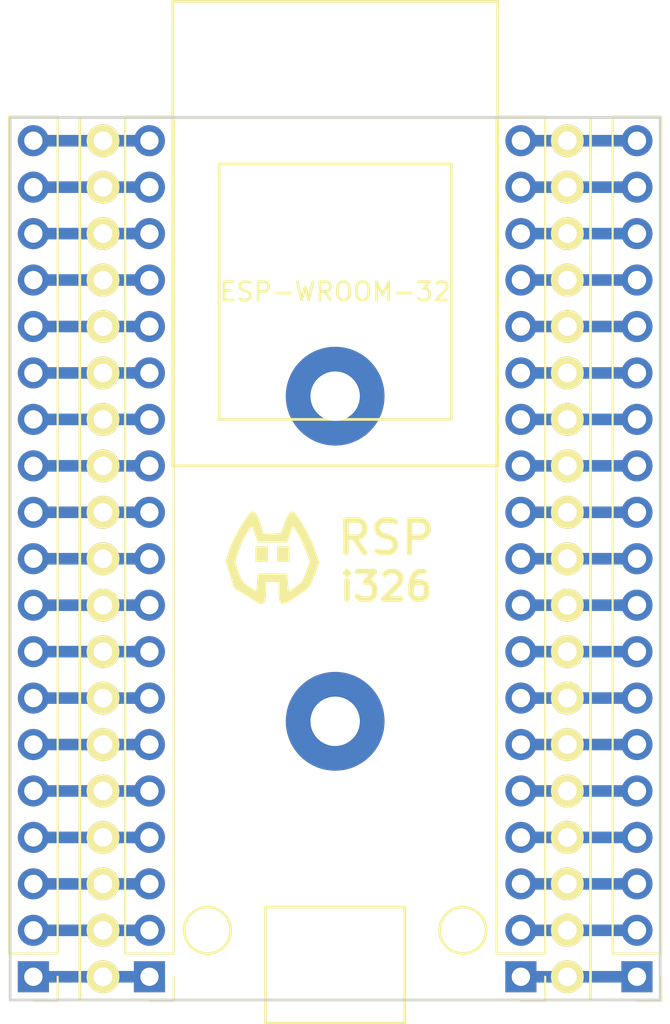
<source format=kicad_pcb>
(kicad_pcb (version 4) (host pcbnew 4.0.7)

  (general
    (links 76)
    (no_connects 0)
    (area 135.134999 42.904999 172.205001 99.925)
    (thickness 1.6)
    (drawings 6)
    (tracks 76)
    (zones 0)
    (modules 8)
    (nets 39)
  )

  (page A4)
  (layers
    (0 F.Cu signal)
    (31 B.Cu signal)
    (32 B.Adhes user)
    (33 F.Adhes user)
    (34 B.Paste user)
    (35 F.Paste user)
    (36 B.SilkS user)
    (37 F.SilkS user)
    (38 B.Mask user)
    (39 F.Mask user)
    (40 Dwgs.User user)
    (41 Cmts.User user)
    (42 Eco1.User user)
    (43 Eco2.User user)
    (44 Edge.Cuts user)
    (45 Margin user)
    (46 B.CrtYd user)
    (47 F.CrtYd user)
    (48 B.Fab user)
    (49 F.Fab user)
  )

  (setup
    (last_trace_width 0.25)
    (user_trace_width 0.635)
    (trace_clearance 0.2)
    (zone_clearance 0.508)
    (zone_45_only no)
    (trace_min 0.2)
    (segment_width 0.2)
    (edge_width 0.15)
    (via_size 0.6)
    (via_drill 0.4)
    (via_min_size 0.4)
    (via_min_drill 0.3)
    (uvia_size 0.3)
    (uvia_drill 0.1)
    (uvias_allowed no)
    (uvia_min_size 0.2)
    (uvia_min_drill 0.1)
    (pcb_text_width 0.3)
    (pcb_text_size 1.5 1.5)
    (mod_edge_width 0.15)
    (mod_text_size 1 1)
    (mod_text_width 0.15)
    (pad_size 1.524 1.524)
    (pad_drill 0.762)
    (pad_to_mask_clearance 0.2)
    (aux_axis_origin 0 0)
    (visible_elements 7FFFFFFF)
    (pcbplotparams
      (layerselection 0x010f0_80000001)
      (usegerberextensions false)
      (excludeedgelayer true)
      (linewidth 0.100000)
      (plotframeref false)
      (viasonmask false)
      (mode 1)
      (useauxorigin false)
      (hpglpennumber 1)
      (hpglpenspeed 20)
      (hpglpendiameter 15)
      (hpglpenoverlay 2)
      (psnegative false)
      (psa4output false)
      (plotreference true)
      (plotvalue true)
      (plotinvisibletext false)
      (padsonsilk false)
      (subtractmaskfromsilk false)
      (outputformat 1)
      (mirror false)
      (drillshape 0)
      (scaleselection 1)
      (outputdirectory ""))
  )

  (net 0 "")
  (net 1 "Net-(J1-Pad1)")
  (net 2 "Net-(J1-Pad2)")
  (net 3 "Net-(J1-Pad3)")
  (net 4 "Net-(J1-Pad4)")
  (net 5 "Net-(J1-Pad5)")
  (net 6 "Net-(J1-Pad6)")
  (net 7 "Net-(J1-Pad7)")
  (net 8 "Net-(J1-Pad8)")
  (net 9 "Net-(J1-Pad9)")
  (net 10 "Net-(J1-Pad10)")
  (net 11 "Net-(J1-Pad11)")
  (net 12 "Net-(J1-Pad12)")
  (net 13 "Net-(J1-Pad13)")
  (net 14 "Net-(J1-Pad14)")
  (net 15 "Net-(J1-Pad15)")
  (net 16 "Net-(J1-Pad16)")
  (net 17 "Net-(J1-Pad17)")
  (net 18 "Net-(J1-Pad18)")
  (net 19 "Net-(J1-Pad19)")
  (net 20 "Net-(J2-Pad1)")
  (net 21 "Net-(J2-Pad2)")
  (net 22 "Net-(J2-Pad3)")
  (net 23 "Net-(J2-Pad4)")
  (net 24 "Net-(J2-Pad5)")
  (net 25 "Net-(J2-Pad6)")
  (net 26 "Net-(J2-Pad7)")
  (net 27 "Net-(J2-Pad8)")
  (net 28 "Net-(J2-Pad9)")
  (net 29 "Net-(J2-Pad10)")
  (net 30 "Net-(J2-Pad11)")
  (net 31 "Net-(J2-Pad12)")
  (net 32 "Net-(J2-Pad13)")
  (net 33 "Net-(J2-Pad14)")
  (net 34 "Net-(J2-Pad15)")
  (net 35 "Net-(J2-Pad16)")
  (net 36 "Net-(J2-Pad17)")
  (net 37 "Net-(J2-Pad18)")
  (net 38 "Net-(J2-Pad19)")

  (net_class Default "This is the default net class."
    (clearance 0.2)
    (trace_width 0.25)
    (via_dia 0.6)
    (via_drill 0.4)
    (uvia_dia 0.3)
    (uvia_drill 0.1)
    (add_net "Net-(J1-Pad1)")
    (add_net "Net-(J1-Pad10)")
    (add_net "Net-(J1-Pad11)")
    (add_net "Net-(J1-Pad12)")
    (add_net "Net-(J1-Pad13)")
    (add_net "Net-(J1-Pad14)")
    (add_net "Net-(J1-Pad15)")
    (add_net "Net-(J1-Pad16)")
    (add_net "Net-(J1-Pad17)")
    (add_net "Net-(J1-Pad18)")
    (add_net "Net-(J1-Pad19)")
    (add_net "Net-(J1-Pad2)")
    (add_net "Net-(J1-Pad3)")
    (add_net "Net-(J1-Pad4)")
    (add_net "Net-(J1-Pad5)")
    (add_net "Net-(J1-Pad6)")
    (add_net "Net-(J1-Pad7)")
    (add_net "Net-(J1-Pad8)")
    (add_net "Net-(J1-Pad9)")
    (add_net "Net-(J2-Pad1)")
    (add_net "Net-(J2-Pad10)")
    (add_net "Net-(J2-Pad11)")
    (add_net "Net-(J2-Pad12)")
    (add_net "Net-(J2-Pad13)")
    (add_net "Net-(J2-Pad14)")
    (add_net "Net-(J2-Pad15)")
    (add_net "Net-(J2-Pad16)")
    (add_net "Net-(J2-Pad17)")
    (add_net "Net-(J2-Pad18)")
    (add_net "Net-(J2-Pad19)")
    (add_net "Net-(J2-Pad2)")
    (add_net "Net-(J2-Pad3)")
    (add_net "Net-(J2-Pad4)")
    (add_net "Net-(J2-Pad5)")
    (add_net "Net-(J2-Pad6)")
    (add_net "Net-(J2-Pad7)")
    (add_net "Net-(J2-Pad8)")
    (add_net "Net-(J2-Pad9)")
  )

  (module Pin_Headers:Pin_Header_Straight_1x19_Pitch2.54mm (layer F.Cu) (tedit 5AB9593E) (tstamp 5AB97794)
    (at 163.83 96.52 180)
    (descr "Through hole straight pin header, 1x19, 2.54mm pitch, single row")
    (tags "Through hole pin header THT 1x19 2.54mm single row")
    (path /5AB95E99)
    (fp_text reference J1 (at 0 -2.33 180) (layer F.SilkS) hide
      (effects (font (size 1 1) (thickness 0.15)))
    )
    (fp_text value "" (at 0 48.05 180) (layer F.Fab)
      (effects (font (size 1 1) (thickness 0.15)))
    )
    (fp_line (start -0.635 -1.27) (end 1.27 -1.27) (layer F.Fab) (width 0.1))
    (fp_line (start 1.27 -1.27) (end 1.27 46.99) (layer F.Fab) (width 0.1))
    (fp_line (start 1.27 46.99) (end -1.27 46.99) (layer F.Fab) (width 0.1))
    (fp_line (start -1.27 46.99) (end -1.27 -0.635) (layer F.Fab) (width 0.1))
    (fp_line (start -1.27 -0.635) (end -0.635 -1.27) (layer F.Fab) (width 0.1))
    (fp_line (start -1.33 47.05) (end 1.33 47.05) (layer F.SilkS) (width 0.12))
    (fp_line (start -1.33 1.27) (end -1.33 47.05) (layer F.SilkS) (width 0.12))
    (fp_line (start 1.33 1.27) (end 1.33 47.05) (layer F.SilkS) (width 0.12))
    (fp_line (start -1.33 1.27) (end 1.33 1.27) (layer F.SilkS) (width 0.12))
    (fp_line (start -1.33 0) (end -1.33 -1.33) (layer F.SilkS) (width 0.12))
    (fp_line (start -1.33 -1.33) (end 0 -1.33) (layer F.SilkS) (width 0.12))
    (fp_line (start -1.8 -1.8) (end -1.8 47.5) (layer F.CrtYd) (width 0.05))
    (fp_line (start -1.8 47.5) (end 1.8 47.5) (layer F.CrtYd) (width 0.05))
    (fp_line (start 1.8 47.5) (end 1.8 -1.8) (layer F.CrtYd) (width 0.05))
    (fp_line (start 1.8 -1.8) (end -1.8 -1.8) (layer F.CrtYd) (width 0.05))
    (fp_text user %R (at 0 22.86 270) (layer F.Fab)
      (effects (font (size 1 1) (thickness 0.15)))
    )
    (pad 1 thru_hole rect (at 0 0 180) (size 1.7 1.7) (drill 1) (layers *.Cu *.Mask)
      (net 1 "Net-(J1-Pad1)"))
    (pad 2 thru_hole oval (at 0 2.54 180) (size 1.7 1.7) (drill 1) (layers *.Cu *.Mask)
      (net 2 "Net-(J1-Pad2)"))
    (pad 3 thru_hole oval (at 0 5.08 180) (size 1.7 1.7) (drill 1) (layers *.Cu *.Mask)
      (net 3 "Net-(J1-Pad3)"))
    (pad 4 thru_hole oval (at 0 7.62 180) (size 1.7 1.7) (drill 1) (layers *.Cu *.Mask)
      (net 4 "Net-(J1-Pad4)"))
    (pad 5 thru_hole oval (at 0 10.16 180) (size 1.7 1.7) (drill 1) (layers *.Cu *.Mask)
      (net 5 "Net-(J1-Pad5)"))
    (pad 6 thru_hole oval (at 0 12.7 180) (size 1.7 1.7) (drill 1) (layers *.Cu *.Mask)
      (net 6 "Net-(J1-Pad6)"))
    (pad 7 thru_hole oval (at 0 15.24 180) (size 1.7 1.7) (drill 1) (layers *.Cu *.Mask)
      (net 7 "Net-(J1-Pad7)"))
    (pad 8 thru_hole oval (at 0 17.78 180) (size 1.7 1.7) (drill 1) (layers *.Cu *.Mask)
      (net 8 "Net-(J1-Pad8)"))
    (pad 9 thru_hole oval (at 0 20.32 180) (size 1.7 1.7) (drill 1) (layers *.Cu *.Mask)
      (net 9 "Net-(J1-Pad9)"))
    (pad 10 thru_hole oval (at 0 22.86 180) (size 1.7 1.7) (drill 1) (layers *.Cu *.Mask)
      (net 10 "Net-(J1-Pad10)"))
    (pad 11 thru_hole oval (at 0 25.4 180) (size 1.7 1.7) (drill 1) (layers *.Cu *.Mask)
      (net 11 "Net-(J1-Pad11)"))
    (pad 12 thru_hole oval (at 0 27.94 180) (size 1.7 1.7) (drill 1) (layers *.Cu *.Mask)
      (net 12 "Net-(J1-Pad12)"))
    (pad 13 thru_hole oval (at 0 30.48 180) (size 1.7 1.7) (drill 1) (layers *.Cu *.Mask)
      (net 13 "Net-(J1-Pad13)"))
    (pad 14 thru_hole oval (at 0 33.02 180) (size 1.7 1.7) (drill 1) (layers *.Cu *.Mask)
      (net 14 "Net-(J1-Pad14)"))
    (pad 15 thru_hole oval (at 0 35.56 180) (size 1.7 1.7) (drill 1) (layers *.Cu *.Mask)
      (net 15 "Net-(J1-Pad15)"))
    (pad 16 thru_hole oval (at 0 38.1 180) (size 1.7 1.7) (drill 1) (layers *.Cu *.Mask)
      (net 16 "Net-(J1-Pad16)"))
    (pad 17 thru_hole oval (at 0 40.64 180) (size 1.7 1.7) (drill 1) (layers *.Cu *.Mask)
      (net 17 "Net-(J1-Pad17)"))
    (pad 18 thru_hole oval (at 0 43.18 180) (size 1.7 1.7) (drill 1) (layers *.Cu *.Mask)
      (net 18 "Net-(J1-Pad18)"))
    (pad 19 thru_hole oval (at 0 45.72 180) (size 1.7 1.7) (drill 1) (layers *.Cu *.Mask)
      (net 19 "Net-(J1-Pad19)"))
    (model ${KISYS3DMOD}/Pin_Headers.3dshapes/Pin_Header_Straight_1x19_Pitch2.54mm.wrl
      (at (xyz 0 0 0))
      (scale (xyz 1 1 1))
      (rotate (xyz 0 0 0))
    )
  )

  (module Pin_Headers:Pin_Header_Straight_1x19_Pitch2.54mm (layer F.Cu) (tedit 5AB95939) (tstamp 5AB9777C)
    (at 143.51 96.52 180)
    (descr "Through hole straight pin header, 1x19, 2.54mm pitch, single row")
    (tags "Through hole pin header THT 1x19 2.54mm single row")
    (path /5AB95E16)
    (fp_text reference J2 (at 0 -2.33 180) (layer F.SilkS) hide
      (effects (font (size 1 1) (thickness 0.15)))
    )
    (fp_text value "" (at 0 48.05 180) (layer F.Fab)
      (effects (font (size 1 1) (thickness 0.15)))
    )
    (fp_line (start -0.635 -1.27) (end 1.27 -1.27) (layer F.Fab) (width 0.1))
    (fp_line (start 1.27 -1.27) (end 1.27 46.99) (layer F.Fab) (width 0.1))
    (fp_line (start 1.27 46.99) (end -1.27 46.99) (layer F.Fab) (width 0.1))
    (fp_line (start -1.27 46.99) (end -1.27 -0.635) (layer F.Fab) (width 0.1))
    (fp_line (start -1.27 -0.635) (end -0.635 -1.27) (layer F.Fab) (width 0.1))
    (fp_line (start -1.33 47.05) (end 1.33 47.05) (layer F.SilkS) (width 0.12))
    (fp_line (start -1.33 1.27) (end -1.33 47.05) (layer F.SilkS) (width 0.12))
    (fp_line (start 1.33 1.27) (end 1.33 47.05) (layer F.SilkS) (width 0.12))
    (fp_line (start -1.33 1.27) (end 1.33 1.27) (layer F.SilkS) (width 0.12))
    (fp_line (start -1.33 0) (end -1.33 -1.33) (layer F.SilkS) (width 0.12))
    (fp_line (start -1.33 -1.33) (end 0 -1.33) (layer F.SilkS) (width 0.12))
    (fp_line (start -1.8 -1.8) (end -1.8 47.5) (layer F.CrtYd) (width 0.05))
    (fp_line (start -1.8 47.5) (end 1.8 47.5) (layer F.CrtYd) (width 0.05))
    (fp_line (start 1.8 47.5) (end 1.8 -1.8) (layer F.CrtYd) (width 0.05))
    (fp_line (start 1.8 -1.8) (end -1.8 -1.8) (layer F.CrtYd) (width 0.05))
    (fp_text user %R (at 0 22.86 270) (layer F.Fab)
      (effects (font (size 1 1) (thickness 0.15)))
    )
    (pad 1 thru_hole rect (at 0 0 180) (size 1.7 1.7) (drill 1) (layers *.Cu *.Mask)
      (net 20 "Net-(J2-Pad1)"))
    (pad 2 thru_hole oval (at 0 2.54 180) (size 1.7 1.7) (drill 1) (layers *.Cu *.Mask)
      (net 21 "Net-(J2-Pad2)"))
    (pad 3 thru_hole oval (at 0 5.08 180) (size 1.7 1.7) (drill 1) (layers *.Cu *.Mask)
      (net 22 "Net-(J2-Pad3)"))
    (pad 4 thru_hole oval (at 0 7.62 180) (size 1.7 1.7) (drill 1) (layers *.Cu *.Mask)
      (net 23 "Net-(J2-Pad4)"))
    (pad 5 thru_hole oval (at 0 10.16 180) (size 1.7 1.7) (drill 1) (layers *.Cu *.Mask)
      (net 24 "Net-(J2-Pad5)"))
    (pad 6 thru_hole oval (at 0 12.7 180) (size 1.7 1.7) (drill 1) (layers *.Cu *.Mask)
      (net 25 "Net-(J2-Pad6)"))
    (pad 7 thru_hole oval (at 0 15.24 180) (size 1.7 1.7) (drill 1) (layers *.Cu *.Mask)
      (net 26 "Net-(J2-Pad7)"))
    (pad 8 thru_hole oval (at 0 17.78 180) (size 1.7 1.7) (drill 1) (layers *.Cu *.Mask)
      (net 27 "Net-(J2-Pad8)"))
    (pad 9 thru_hole oval (at 0 20.32 180) (size 1.7 1.7) (drill 1) (layers *.Cu *.Mask)
      (net 28 "Net-(J2-Pad9)"))
    (pad 10 thru_hole oval (at 0 22.86 180) (size 1.7 1.7) (drill 1) (layers *.Cu *.Mask)
      (net 29 "Net-(J2-Pad10)"))
    (pad 11 thru_hole oval (at 0 25.4 180) (size 1.7 1.7) (drill 1) (layers *.Cu *.Mask)
      (net 30 "Net-(J2-Pad11)"))
    (pad 12 thru_hole oval (at 0 27.94 180) (size 1.7 1.7) (drill 1) (layers *.Cu *.Mask)
      (net 31 "Net-(J2-Pad12)"))
    (pad 13 thru_hole oval (at 0 30.48 180) (size 1.7 1.7) (drill 1) (layers *.Cu *.Mask)
      (net 32 "Net-(J2-Pad13)"))
    (pad 14 thru_hole oval (at 0 33.02 180) (size 1.7 1.7) (drill 1) (layers *.Cu *.Mask)
      (net 33 "Net-(J2-Pad14)"))
    (pad 15 thru_hole oval (at 0 35.56 180) (size 1.7 1.7) (drill 1) (layers *.Cu *.Mask)
      (net 34 "Net-(J2-Pad15)"))
    (pad 16 thru_hole oval (at 0 38.1 180) (size 1.7 1.7) (drill 1) (layers *.Cu *.Mask)
      (net 35 "Net-(J2-Pad16)"))
    (pad 17 thru_hole oval (at 0 40.64 180) (size 1.7 1.7) (drill 1) (layers *.Cu *.Mask)
      (net 36 "Net-(J2-Pad17)"))
    (pad 18 thru_hole oval (at 0 43.18 180) (size 1.7 1.7) (drill 1) (layers *.Cu *.Mask)
      (net 37 "Net-(J2-Pad18)"))
    (pad 19 thru_hole oval (at 0 45.72 180) (size 1.7 1.7) (drill 1) (layers *.Cu *.Mask)
      (net 38 "Net-(J2-Pad19)"))
    (model ${KISYS3DMOD}/Pin_Headers.3dshapes/Pin_Header_Straight_1x19_Pitch2.54mm.wrl
      (at (xyz 0 0 0))
      (scale (xyz 1 1 1))
      (rotate (xyz 0 0 0))
    )
  )

  (module Pin_Headers:Pin_Header_Straight_1x19_Pitch2.54mm (layer F.Cu) (tedit 5AB9588D) (tstamp 5AB9759D)
    (at 170.18 96.52 180)
    (descr "Through hole straight pin header, 1x19, 2.54mm pitch, single row")
    (tags "Through hole pin header THT 1x19 2.54mm single row")
    (path /5AB95E99)
    (fp_text reference J1 (at 0 -2.33 180) (layer F.SilkS) hide
      (effects (font (size 1 1) (thickness 0.15)))
    )
    (fp_text value "" (at 0 48.05 180) (layer F.Fab)
      (effects (font (size 1 1) (thickness 0.15)))
    )
    (fp_line (start -0.635 -1.27) (end 1.27 -1.27) (layer F.Fab) (width 0.1))
    (fp_line (start 1.27 -1.27) (end 1.27 46.99) (layer F.Fab) (width 0.1))
    (fp_line (start 1.27 46.99) (end -1.27 46.99) (layer F.Fab) (width 0.1))
    (fp_line (start -1.27 46.99) (end -1.27 -0.635) (layer F.Fab) (width 0.1))
    (fp_line (start -1.27 -0.635) (end -0.635 -1.27) (layer F.Fab) (width 0.1))
    (fp_line (start -1.33 47.05) (end 1.33 47.05) (layer F.SilkS) (width 0.12))
    (fp_line (start -1.33 1.27) (end -1.33 47.05) (layer F.SilkS) (width 0.12))
    (fp_line (start 1.33 1.27) (end 1.33 47.05) (layer F.SilkS) (width 0.12))
    (fp_line (start -1.33 1.27) (end 1.33 1.27) (layer F.SilkS) (width 0.12))
    (fp_line (start -1.33 0) (end -1.33 -1.33) (layer F.SilkS) (width 0.12))
    (fp_line (start -1.33 -1.33) (end 0 -1.33) (layer F.SilkS) (width 0.12))
    (fp_line (start -1.8 -1.8) (end -1.8 47.5) (layer F.CrtYd) (width 0.05))
    (fp_line (start -1.8 47.5) (end 1.8 47.5) (layer F.CrtYd) (width 0.05))
    (fp_line (start 1.8 47.5) (end 1.8 -1.8) (layer F.CrtYd) (width 0.05))
    (fp_line (start 1.8 -1.8) (end -1.8 -1.8) (layer F.CrtYd) (width 0.05))
    (fp_text user %R (at 0 22.86 270) (layer F.Fab)
      (effects (font (size 1 1) (thickness 0.15)))
    )
    (pad 1 thru_hole rect (at 0 0 180) (size 1.7 1.7) (drill 1) (layers *.Cu *.Mask)
      (net 1 "Net-(J1-Pad1)"))
    (pad 2 thru_hole oval (at 0 2.54 180) (size 1.7 1.7) (drill 1) (layers *.Cu *.Mask)
      (net 2 "Net-(J1-Pad2)"))
    (pad 3 thru_hole oval (at 0 5.08 180) (size 1.7 1.7) (drill 1) (layers *.Cu *.Mask)
      (net 3 "Net-(J1-Pad3)"))
    (pad 4 thru_hole oval (at 0 7.62 180) (size 1.7 1.7) (drill 1) (layers *.Cu *.Mask)
      (net 4 "Net-(J1-Pad4)"))
    (pad 5 thru_hole oval (at 0 10.16 180) (size 1.7 1.7) (drill 1) (layers *.Cu *.Mask)
      (net 5 "Net-(J1-Pad5)"))
    (pad 6 thru_hole oval (at 0 12.7 180) (size 1.7 1.7) (drill 1) (layers *.Cu *.Mask)
      (net 6 "Net-(J1-Pad6)"))
    (pad 7 thru_hole oval (at 0 15.24 180) (size 1.7 1.7) (drill 1) (layers *.Cu *.Mask)
      (net 7 "Net-(J1-Pad7)"))
    (pad 8 thru_hole oval (at 0 17.78 180) (size 1.7 1.7) (drill 1) (layers *.Cu *.Mask)
      (net 8 "Net-(J1-Pad8)"))
    (pad 9 thru_hole oval (at 0 20.32 180) (size 1.7 1.7) (drill 1) (layers *.Cu *.Mask)
      (net 9 "Net-(J1-Pad9)"))
    (pad 10 thru_hole oval (at 0 22.86 180) (size 1.7 1.7) (drill 1) (layers *.Cu *.Mask)
      (net 10 "Net-(J1-Pad10)"))
    (pad 11 thru_hole oval (at 0 25.4 180) (size 1.7 1.7) (drill 1) (layers *.Cu *.Mask)
      (net 11 "Net-(J1-Pad11)"))
    (pad 12 thru_hole oval (at 0 27.94 180) (size 1.7 1.7) (drill 1) (layers *.Cu *.Mask)
      (net 12 "Net-(J1-Pad12)"))
    (pad 13 thru_hole oval (at 0 30.48 180) (size 1.7 1.7) (drill 1) (layers *.Cu *.Mask)
      (net 13 "Net-(J1-Pad13)"))
    (pad 14 thru_hole oval (at 0 33.02 180) (size 1.7 1.7) (drill 1) (layers *.Cu *.Mask)
      (net 14 "Net-(J1-Pad14)"))
    (pad 15 thru_hole oval (at 0 35.56 180) (size 1.7 1.7) (drill 1) (layers *.Cu *.Mask)
      (net 15 "Net-(J1-Pad15)"))
    (pad 16 thru_hole oval (at 0 38.1 180) (size 1.7 1.7) (drill 1) (layers *.Cu *.Mask)
      (net 16 "Net-(J1-Pad16)"))
    (pad 17 thru_hole oval (at 0 40.64 180) (size 1.7 1.7) (drill 1) (layers *.Cu *.Mask)
      (net 17 "Net-(J1-Pad17)"))
    (pad 18 thru_hole oval (at 0 43.18 180) (size 1.7 1.7) (drill 1) (layers *.Cu *.Mask)
      (net 18 "Net-(J1-Pad18)"))
    (pad 19 thru_hole oval (at 0 45.72 180) (size 1.7 1.7) (drill 1) (layers *.Cu *.Mask)
      (net 19 "Net-(J1-Pad19)"))
    (model ${KISYS3DMOD}/Pin_Headers.3dshapes/Pin_Header_Straight_1x19_Pitch2.54mm.wrl
      (at (xyz 0 0 0))
      (scale (xyz 1 1 1))
      (rotate (xyz 0 0 0))
    )
  )

  (module Pin_Headers:Pin_Header_Straight_1x19_Pitch2.54mm (layer F.Cu) (tedit 5AB95880) (tstamp 5AB975B4)
    (at 137.16 96.52 180)
    (descr "Through hole straight pin header, 1x19, 2.54mm pitch, single row")
    (tags "Through hole pin header THT 1x19 2.54mm single row")
    (path /5AB95E16)
    (fp_text reference J2 (at 0 -2.33 180) (layer F.SilkS) hide
      (effects (font (size 1 1) (thickness 0.15)))
    )
    (fp_text value "" (at 0 48.05 180) (layer F.Fab)
      (effects (font (size 1 1) (thickness 0.15)))
    )
    (fp_line (start -0.635 -1.27) (end 1.27 -1.27) (layer F.Fab) (width 0.1))
    (fp_line (start 1.27 -1.27) (end 1.27 46.99) (layer F.Fab) (width 0.1))
    (fp_line (start 1.27 46.99) (end -1.27 46.99) (layer F.Fab) (width 0.1))
    (fp_line (start -1.27 46.99) (end -1.27 -0.635) (layer F.Fab) (width 0.1))
    (fp_line (start -1.27 -0.635) (end -0.635 -1.27) (layer F.Fab) (width 0.1))
    (fp_line (start -1.33 47.05) (end 1.33 47.05) (layer F.SilkS) (width 0.12))
    (fp_line (start -1.33 1.27) (end -1.33 47.05) (layer F.SilkS) (width 0.12))
    (fp_line (start 1.33 1.27) (end 1.33 47.05) (layer F.SilkS) (width 0.12))
    (fp_line (start -1.33 1.27) (end 1.33 1.27) (layer F.SilkS) (width 0.12))
    (fp_line (start -1.33 0) (end -1.33 -1.33) (layer F.SilkS) (width 0.12))
    (fp_line (start -1.33 -1.33) (end 0 -1.33) (layer F.SilkS) (width 0.12))
    (fp_line (start -1.8 -1.8) (end -1.8 47.5) (layer F.CrtYd) (width 0.05))
    (fp_line (start -1.8 47.5) (end 1.8 47.5) (layer F.CrtYd) (width 0.05))
    (fp_line (start 1.8 47.5) (end 1.8 -1.8) (layer F.CrtYd) (width 0.05))
    (fp_line (start 1.8 -1.8) (end -1.8 -1.8) (layer F.CrtYd) (width 0.05))
    (fp_text user %R (at 0 22.86 270) (layer F.Fab)
      (effects (font (size 1 1) (thickness 0.15)))
    )
    (pad 1 thru_hole rect (at 0 0 180) (size 1.7 1.7) (drill 1) (layers *.Cu *.Mask)
      (net 20 "Net-(J2-Pad1)"))
    (pad 2 thru_hole oval (at 0 2.54 180) (size 1.7 1.7) (drill 1) (layers *.Cu *.Mask)
      (net 21 "Net-(J2-Pad2)"))
    (pad 3 thru_hole oval (at 0 5.08 180) (size 1.7 1.7) (drill 1) (layers *.Cu *.Mask)
      (net 22 "Net-(J2-Pad3)"))
    (pad 4 thru_hole oval (at 0 7.62 180) (size 1.7 1.7) (drill 1) (layers *.Cu *.Mask)
      (net 23 "Net-(J2-Pad4)"))
    (pad 5 thru_hole oval (at 0 10.16 180) (size 1.7 1.7) (drill 1) (layers *.Cu *.Mask)
      (net 24 "Net-(J2-Pad5)"))
    (pad 6 thru_hole oval (at 0 12.7 180) (size 1.7 1.7) (drill 1) (layers *.Cu *.Mask)
      (net 25 "Net-(J2-Pad6)"))
    (pad 7 thru_hole oval (at 0 15.24 180) (size 1.7 1.7) (drill 1) (layers *.Cu *.Mask)
      (net 26 "Net-(J2-Pad7)"))
    (pad 8 thru_hole oval (at 0 17.78 180) (size 1.7 1.7) (drill 1) (layers *.Cu *.Mask)
      (net 27 "Net-(J2-Pad8)"))
    (pad 9 thru_hole oval (at 0 20.32 180) (size 1.7 1.7) (drill 1) (layers *.Cu *.Mask)
      (net 28 "Net-(J2-Pad9)"))
    (pad 10 thru_hole oval (at 0 22.86 180) (size 1.7 1.7) (drill 1) (layers *.Cu *.Mask)
      (net 29 "Net-(J2-Pad10)"))
    (pad 11 thru_hole oval (at 0 25.4 180) (size 1.7 1.7) (drill 1) (layers *.Cu *.Mask)
      (net 30 "Net-(J2-Pad11)"))
    (pad 12 thru_hole oval (at 0 27.94 180) (size 1.7 1.7) (drill 1) (layers *.Cu *.Mask)
      (net 31 "Net-(J2-Pad12)"))
    (pad 13 thru_hole oval (at 0 30.48 180) (size 1.7 1.7) (drill 1) (layers *.Cu *.Mask)
      (net 32 "Net-(J2-Pad13)"))
    (pad 14 thru_hole oval (at 0 33.02 180) (size 1.7 1.7) (drill 1) (layers *.Cu *.Mask)
      (net 33 "Net-(J2-Pad14)"))
    (pad 15 thru_hole oval (at 0 35.56 180) (size 1.7 1.7) (drill 1) (layers *.Cu *.Mask)
      (net 34 "Net-(J2-Pad15)"))
    (pad 16 thru_hole oval (at 0 38.1 180) (size 1.7 1.7) (drill 1) (layers *.Cu *.Mask)
      (net 35 "Net-(J2-Pad16)"))
    (pad 17 thru_hole oval (at 0 40.64 180) (size 1.7 1.7) (drill 1) (layers *.Cu *.Mask)
      (net 36 "Net-(J2-Pad17)"))
    (pad 18 thru_hole oval (at 0 43.18 180) (size 1.7 1.7) (drill 1) (layers *.Cu *.Mask)
      (net 37 "Net-(J2-Pad18)"))
    (pad 19 thru_hole oval (at 0 45.72 180) (size 1.7 1.7) (drill 1) (layers *.Cu *.Mask)
      (net 38 "Net-(J2-Pad19)"))
    (model ${KISYS3DMOD}/Pin_Headers.3dshapes/Pin_Header_Straight_1x19_Pitch2.54mm.wrl
      (at (xyz 0 0 0))
      (scale (xyz 1 1 1))
      (rotate (xyz 0 0 0))
    )
  )

  (module modules:ESP32DevBoard (layer F.Cu) (tedit 5AB95E8B) (tstamp 5AB975EE)
    (at 153.67 74.93)
    (path /5AB95DCF)
    (fp_text reference U1 (at -7.62 -30.48) (layer F.SilkS) hide
      (effects (font (size 1 1) (thickness 0.15)))
    )
    (fp_text value ESP32DevBoard (at 0 -24.13) (layer F.Fab)
      (effects (font (size 1 1) (thickness 0.15)))
    )
    (fp_line (start -6.35 -8.89) (end 6.35 -8.89) (layer F.SilkS) (width 0.15))
    (fp_line (start 6.35 -8.89) (end 6.35 -22.86) (layer F.SilkS) (width 0.15))
    (fp_line (start 6.35 -22.86) (end -6.35 -22.86) (layer F.SilkS) (width 0.15))
    (fp_line (start -6.35 -22.86) (end -6.35 -8.89) (layer F.SilkS) (width 0.15))
    (fp_text user ESP-WROOM-32 (at 0 -15.875 180) (layer F.SilkS)
      (effects (font (size 1 1) (thickness 0.15)))
    )
    (fp_line (start -8.89 -25.4) (end -8.89 -31.75) (layer F.SilkS) (width 0.15))
    (fp_line (start -8.89 -31.75) (end 8.89 -31.75) (layer F.SilkS) (width 0.15))
    (fp_line (start 8.89 -31.75) (end 8.89 -25.4) (layer F.SilkS) (width 0.15))
    (fp_line (start -8.89 -6.35) (end -8.89 -25.4) (layer F.SilkS) (width 0.15))
    (fp_line (start -8.89 -6.35) (end 8.89 -6.35) (layer F.SilkS) (width 0.15))
    (fp_line (start 8.89 -6.35) (end 8.89 -25.4) (layer F.SilkS) (width 0.15))
    (fp_line (start -3.81 24.13) (end -3.81 17.78) (layer F.SilkS) (width 0.15))
    (fp_line (start -3.81 17.78) (end 3.81 17.78) (layer F.SilkS) (width 0.15))
    (fp_line (start 3.81 17.78) (end 3.81 24.13) (layer F.SilkS) (width 0.15))
    (fp_line (start 3.81 24.13) (end -3.81 24.13) (layer F.SilkS) (width 0.15))
    (fp_circle (center 6.985 19.05) (end 8.255 19.05) (layer F.SilkS) (width 0.15))
    (fp_circle (center -6.985 19.05) (end -5.715 19.05) (layer F.SilkS) (width 0.15))
    (fp_line (start -13.97 22.86) (end -13.97 -25.4) (layer F.SilkS) (width 0.15))
    (fp_line (start -13.97 -25.4) (end 13.97 -25.4) (layer F.SilkS) (width 0.15))
    (fp_line (start 13.97 -25.4) (end 13.97 22.86) (layer F.SilkS) (width 0.15))
    (fp_line (start 13.97 22.86) (end -13.97 22.86) (layer F.SilkS) (width 0.15))
    (pad 19 thru_hole circle (at 12.7 -24.13) (size 1.8 1.8) (drill 1.016) (layers *.Cu *.Mask F.SilkS)
      (net 19 "Net-(J1-Pad19)"))
    (pad 18 thru_hole circle (at 12.7 -21.59) (size 1.8 1.8) (drill 1.016) (layers *.Cu *.Mask F.SilkS)
      (net 18 "Net-(J1-Pad18)"))
    (pad 17 thru_hole circle (at 12.7 -19.05) (size 1.8 1.8) (drill 1.016) (layers *.Cu *.Mask F.SilkS)
      (net 17 "Net-(J1-Pad17)"))
    (pad 8 thru_hole circle (at 12.7 3.81) (size 1.8 1.8) (drill 1.016) (layers *.Cu *.Mask F.SilkS)
      (net 8 "Net-(J1-Pad8)"))
    (pad 7 thru_hole circle (at 12.7 6.35) (size 1.8 1.8) (drill 1.016) (layers *.Cu *.Mask F.SilkS)
      (net 7 "Net-(J1-Pad7)"))
    (pad 6 thru_hole circle (at 12.7 8.89) (size 1.8 1.8) (drill 1.016) (layers *.Cu *.Mask F.SilkS)
      (net 6 "Net-(J1-Pad6)"))
    (pad 5 thru_hole circle (at 12.7 11.43) (size 1.8 1.8) (drill 1.016) (layers *.Cu *.Mask F.SilkS)
      (net 5 "Net-(J1-Pad5)"))
    (pad 4 thru_hole circle (at 12.7 13.97) (size 1.8 1.8) (drill 1.016) (layers *.Cu *.Mask F.SilkS)
      (net 4 "Net-(J1-Pad4)"))
    (pad 3 thru_hole circle (at 12.7 16.51) (size 1.8 1.8) (drill 1.016) (layers *.Cu *.Mask F.SilkS)
      (net 3 "Net-(J1-Pad3)"))
    (pad 2 thru_hole circle (at 12.7 19.05) (size 1.8 1.8) (drill 1.016) (layers *.Cu *.Mask F.SilkS)
      (net 2 "Net-(J1-Pad2)"))
    (pad 1 thru_hole circle (at 12.7 21.59) (size 1.8 1.8) (drill 1.016) (layers *.Cu *.Mask F.SilkS)
      (net 1 "Net-(J1-Pad1)"))
    (pad 16 thru_hole circle (at 12.7 -16.51) (size 1.8 1.8) (drill 1.016) (layers *.Cu *.Mask F.SilkS)
      (net 16 "Net-(J1-Pad16)"))
    (pad 15 thru_hole circle (at 12.7 -13.97) (size 1.8 1.8) (drill 1.016) (layers *.Cu *.Mask F.SilkS)
      (net 15 "Net-(J1-Pad15)"))
    (pad 14 thru_hole circle (at 12.7 -11.43) (size 1.8 1.8) (drill 1.016) (layers *.Cu *.Mask F.SilkS)
      (net 14 "Net-(J1-Pad14)"))
    (pad 13 thru_hole circle (at 12.7 -8.89) (size 1.8 1.8) (drill 1.016) (layers *.Cu *.Mask F.SilkS)
      (net 13 "Net-(J1-Pad13)"))
    (pad 12 thru_hole circle (at 12.7 -6.35) (size 1.8 1.8) (drill 1.016) (layers *.Cu *.Mask F.SilkS)
      (net 12 "Net-(J1-Pad12)"))
    (pad 11 thru_hole circle (at 12.7 -3.81) (size 1.8 1.8) (drill 1.016) (layers *.Cu *.Mask F.SilkS)
      (net 11 "Net-(J1-Pad11)"))
    (pad 10 thru_hole circle (at 12.7 -1.27) (size 1.8 1.8) (drill 1.016) (layers *.Cu *.Mask F.SilkS)
      (net 10 "Net-(J1-Pad10)"))
    (pad 9 thru_hole circle (at 12.7 1.27) (size 1.8 1.8) (drill 1.016) (layers *.Cu *.Mask F.SilkS)
      (net 9 "Net-(J1-Pad9)"))
    (pad 30 thru_hole circle (at -12.7 1.27) (size 1.8 1.8) (drill 1.016) (layers *.Cu *.Mask F.SilkS)
      (net 28 "Net-(J2-Pad9)"))
    (pad 29 thru_hole circle (at -12.7 -1.27) (size 1.8 1.8) (drill 1.016) (layers *.Cu *.Mask F.SilkS)
      (net 29 "Net-(J2-Pad10)"))
    (pad 28 thru_hole circle (at -12.7 -3.81) (size 1.8 1.8) (drill 1.016) (layers *.Cu *.Mask F.SilkS)
      (net 30 "Net-(J2-Pad11)"))
    (pad 27 thru_hole circle (at -12.7 -6.35) (size 1.8 1.8) (drill 1.016) (layers *.Cu *.Mask F.SilkS)
      (net 31 "Net-(J2-Pad12)"))
    (pad 26 thru_hole circle (at -12.7 -8.89) (size 1.8 1.8) (drill 1.016) (layers *.Cu *.Mask F.SilkS)
      (net 32 "Net-(J2-Pad13)"))
    (pad 25 thru_hole circle (at -12.7 -11.43) (size 1.8 1.8) (drill 1.016) (layers *.Cu *.Mask F.SilkS)
      (net 33 "Net-(J2-Pad14)"))
    (pad 24 thru_hole circle (at -12.7 -13.97) (size 1.8 1.8) (drill 1.016) (layers *.Cu *.Mask F.SilkS)
      (net 34 "Net-(J2-Pad15)"))
    (pad 23 thru_hole circle (at -12.7 -16.51) (size 1.8 1.8) (drill 1.016) (layers *.Cu *.Mask F.SilkS)
      (net 35 "Net-(J2-Pad16)"))
    (pad 38 thru_hole circle (at -12.7 21.59) (size 1.8 1.8) (drill 1.016) (layers *.Cu *.Mask F.SilkS)
      (net 20 "Net-(J2-Pad1)"))
    (pad 37 thru_hole circle (at -12.7 19.05) (size 1.8 1.8) (drill 1.016) (layers *.Cu *.Mask F.SilkS)
      (net 21 "Net-(J2-Pad2)"))
    (pad 36 thru_hole circle (at -12.7 16.51) (size 1.8 1.8) (drill 1.016) (layers *.Cu *.Mask F.SilkS)
      (net 22 "Net-(J2-Pad3)"))
    (pad 35 thru_hole circle (at -12.7 13.97) (size 1.8 1.8) (drill 1.016) (layers *.Cu *.Mask F.SilkS)
      (net 23 "Net-(J2-Pad4)"))
    (pad 34 thru_hole circle (at -12.7 11.43) (size 1.8 1.8) (drill 1.016) (layers *.Cu *.Mask F.SilkS)
      (net 24 "Net-(J2-Pad5)"))
    (pad 33 thru_hole circle (at -12.7 8.89) (size 1.8 1.8) (drill 1.016) (layers *.Cu *.Mask F.SilkS)
      (net 25 "Net-(J2-Pad6)"))
    (pad 32 thru_hole circle (at -12.7 6.35) (size 1.8 1.8) (drill 1.016) (layers *.Cu *.Mask F.SilkS)
      (net 26 "Net-(J2-Pad7)"))
    (pad 31 thru_hole circle (at -12.7 3.81) (size 1.8 1.8) (drill 1.016) (layers *.Cu *.Mask F.SilkS)
      (net 27 "Net-(J2-Pad8)"))
    (pad 22 thru_hole circle (at -12.7 -19.05) (size 1.8 1.8) (drill 1.016) (layers *.Cu *.Mask F.SilkS)
      (net 36 "Net-(J2-Pad17)"))
    (pad 21 thru_hole circle (at -12.7 -21.59) (size 1.8 1.8) (drill 1.016) (layers *.Cu *.Mask F.SilkS)
      (net 37 "Net-(J2-Pad18)"))
    (pad 20 thru_hole circle (at -12.7 -24.13) (size 1.8 1.8) (drill 1.016) (layers *.Cu *.Mask F.SilkS)
      (net 38 "Net-(J2-Pad19)"))
  )

  (module modules:madcat10 (layer B.Cu) (tedit 5AB95EC9) (tstamp 5AB97BF3)
    (at 150.241 73.66 180)
    (fp_text reference "" (at 0 0 180) (layer F.SilkS) hide
      (effects (font (thickness 0.3)))
    )
    (fp_text value "" (at 0 0 180) (layer F.SilkS) hide
      (effects (font (thickness 0.3)))
    )
    (fp_poly (pts (xy 1.16084 2.553334) (xy 1.305487 2.409736) (xy 1.497113 2.149558) (xy 1.713478 1.810757)
      (xy 1.932345 1.431293) (xy 2.131476 1.049126) (xy 2.288631 0.702214) (xy 2.359953 0.50653)
      (xy 2.557458 -0.12994) (xy 2.333583 -0.863911) (xy 2.109709 -1.597881) (xy 1.541687 -1.955253)
      (xy 1.245297 -2.142142) (xy 0.984248 -2.307476) (xy 0.808756 -2.419439) (xy 0.792703 -2.429801)
      (xy 0.596688 -2.493125) (xy 0.45376 -2.398908) (xy 0.366806 -2.151332) (xy 0.338666 -1.771952)
      (xy 0.338666 -1.27) (xy -0.338667 -1.27) (xy -0.338667 -1.817354) (xy -0.352581 -2.163151)
      (xy -0.406408 -2.379354) (xy -0.518281 -2.470106) (xy -0.706331 -2.439552) (xy -0.988689 -2.291833)
      (xy -1.356244 -2.049886) (xy -1.675787 -1.826713) (xy -1.890196 -1.657393) (xy -2.03391 -1.499892)
      (xy -2.141363 -1.312177) (xy -2.246993 -1.052214) (xy -2.307317 -0.889) (xy -2.556088 -0.211666)
      (xy -2.533687 -0.142104) (xy -2.030059 -0.142104) (xy -1.839238 -0.707791) (xy -1.718039 -1.030741)
      (xy -1.59499 -1.245802) (xy -1.430237 -1.410098) (xy -1.268709 -1.525519) (xy -0.889 -1.77756)
      (xy -0.846667 -1.290946) (xy -0.804334 -0.804333) (xy 0.804333 -0.804333) (xy 0.846666 -1.289416)
      (xy 0.889 -1.774499) (xy 1.286612 -1.515193) (xy 1.518221 -1.346305) (xy 1.670501 -1.172044)
      (xy 1.787545 -0.931517) (xy 1.86268 -0.719626) (xy 2.041136 -0.183365) (xy 1.863918 0.400087)
      (xy 1.727686 0.767959) (xy 1.552322 1.135708) (xy 1.404285 1.38076) (xy 1.121871 1.777982)
      (xy 0.802305 0.889) (xy -0.802306 0.889) (xy -0.962058 1.333406) (xy -1.121811 1.777812)
      (xy -1.37192 1.383431) (xy -1.53607 1.087121) (xy -1.708138 0.718527) (xy -1.826044 0.423473)
      (xy -2.030059 -0.142104) (xy -2.533687 -0.142104) (xy -2.332958 0.481209) (xy -2.209927 0.801397)
      (xy -2.035548 1.176046) (xy -1.830809 1.568048) (xy -1.616701 1.940294) (xy -1.414215 2.255675)
      (xy -1.24434 2.477083) (xy -1.160874 2.553334) (xy -1.032567 2.585191) (xy -0.910946 2.49619)
      (xy -0.782411 2.270332) (xy -0.659161 1.963186) (xy -0.452143 1.397) (xy 0.472291 1.347282)
      (xy 0.661721 1.935443) (xy 0.798022 2.303326) (xy 0.924448 2.516487) (xy 1.05178 2.588274)
      (xy 1.16084 2.553334)) (layer F.SilkS) (width 0.01))
    (fp_poly (pts (xy -0.254 -0.169333) (xy -0.931334 -0.169333) (xy -0.931334 0.677334) (xy -0.254 0.677334)
      (xy -0.254 -0.169333)) (layer F.SilkS) (width 0.01))
    (fp_poly (pts (xy 0.931333 -0.169333) (xy 0.254 -0.169333) (xy 0.254 0.677334) (xy 0.931333 0.677334)
      (xy 0.931333 -0.169333)) (layer F.SilkS) (width 0.01))
  )

  (module Mounting_Holes:MountingHole_2.7mm_M2.5_Pad (layer F.Cu) (tedit 56D1B4CB) (tstamp 5AB97C18)
    (at 153.67 64.77)
    (descr "Mounting Hole 2.7mm, M2.5")
    (tags "mounting hole 2.7mm m2.5")
    (attr virtual)
    (fp_text reference "" (at 0 -3.7) (layer F.SilkS)
      (effects (font (size 1 1) (thickness 0.15)))
    )
    (fp_text value MountingHole_2.7mm (at 0 3.7) (layer F.Fab)
      (effects (font (size 1 1) (thickness 0.15)))
    )
    (fp_text user %R (at 0.3 0) (layer F.Fab)
      (effects (font (size 1 1) (thickness 0.15)))
    )
    (fp_circle (center 0 0) (end 2.7 0) (layer Cmts.User) (width 0.15))
    (fp_circle (center 0 0) (end 2.95 0) (layer F.CrtYd) (width 0.05))
    (pad 1 thru_hole circle (at 0 0) (size 5.4 5.4) (drill 2.7) (layers *.Cu *.Mask))
  )

  (module Mounting_Holes:MountingHole_2.7mm_M2.5_Pad (layer F.Cu) (tedit 56D1B4CB) (tstamp 5AB97C17)
    (at 153.67 82.55)
    (descr "Mounting Hole 2.7mm, M2.5")
    (tags "mounting hole 2.7mm m2.5")
    (attr virtual)
    (fp_text reference "" (at 0 -3.7) (layer F.SilkS)
      (effects (font (size 1 1) (thickness 0.15)))
    )
    (fp_text value MountingHole_2.7mm (at 0 3.7) (layer F.Fab)
      (effects (font (size 1 1) (thickness 0.15)))
    )
    (fp_text user %R (at 0.3 0) (layer F.Fab)
      (effects (font (size 1 1) (thickness 0.15)))
    )
    (fp_circle (center 0 0) (end 2.7 0) (layer Cmts.User) (width 0.15))
    (fp_circle (center 0 0) (end 2.95 0) (layer F.CrtYd) (width 0.05))
    (pad 1 thru_hole circle (at 0 0) (size 5.4 5.4) (drill 2.7) (layers *.Cu *.Mask))
  )

  (gr_text i326 (at 156.464 75.184) (layer F.SilkS)
    (effects (font (size 1.5 1.5) (thickness 0.3)))
  )
  (gr_text RSP (at 156.464 72.517) (layer F.SilkS)
    (effects (font (size 1.778 1.778) (thickness 0.3)))
  )
  (gr_line (start 135.89 97.79) (end 135.89 49.53) (angle 90) (layer Edge.Cuts) (width 0.15))
  (gr_line (start 171.45 97.79) (end 135.89 97.79) (angle 90) (layer Edge.Cuts) (width 0.15))
  (gr_line (start 171.45 49.53) (end 171.45 97.79) (angle 90) (layer Edge.Cuts) (width 0.15))
  (gr_line (start 135.89 49.53) (end 171.45 49.53) (angle 90) (layer Edge.Cuts) (width 0.15))

  (segment (start 163.83 96.52) (end 166.37 96.52) (width 0.635) (layer B.Cu) (net 1))
  (segment (start 166.37 96.52) (end 170.18 96.52) (width 0.635) (layer B.Cu) (net 1) (tstamp 5AB977B9))
  (segment (start 170.18 93.98) (end 166.37 93.98) (width 0.635) (layer B.Cu) (net 2))
  (segment (start 166.37 93.98) (end 163.83 93.98) (width 0.635) (layer B.Cu) (net 2) (tstamp 5AB977C2))
  (segment (start 163.83 91.44) (end 166.37 91.44) (width 0.635) (layer B.Cu) (net 3))
  (segment (start 166.37 91.44) (end 170.18 91.44) (width 0.635) (layer B.Cu) (net 3) (tstamp 5AB977BF))
  (segment (start 163.83 88.9) (end 166.37 88.9) (width 0.635) (layer B.Cu) (net 4))
  (segment (start 166.37 88.9) (end 170.18 88.9) (width 0.635) (layer B.Cu) (net 4) (tstamp 5AB977C5))
  (segment (start 170.18 86.36) (end 166.37 86.36) (width 0.635) (layer B.Cu) (net 5))
  (segment (start 166.37 86.36) (end 163.83 86.36) (width 0.635) (layer B.Cu) (net 5) (tstamp 5AB977C8))
  (segment (start 163.83 83.82) (end 166.37 83.82) (width 0.635) (layer B.Cu) (net 6))
  (segment (start 166.37 83.82) (end 170.18 83.82) (width 0.635) (layer B.Cu) (net 6) (tstamp 5AB977CB))
  (segment (start 170.18 81.28) (end 166.37 81.28) (width 0.635) (layer B.Cu) (net 7))
  (segment (start 166.37 81.28) (end 163.83 81.28) (width 0.635) (layer B.Cu) (net 7) (tstamp 5AB977CE))
  (segment (start 163.83 78.74) (end 166.37 78.74) (width 0.635) (layer B.Cu) (net 8))
  (segment (start 166.37 78.74) (end 170.18 78.74) (width 0.635) (layer B.Cu) (net 8) (tstamp 5AB977D1))
  (segment (start 170.18 76.2) (end 166.37 76.2) (width 0.635) (layer B.Cu) (net 9))
  (segment (start 166.37 76.2) (end 163.83 76.2) (width 0.635) (layer B.Cu) (net 9) (tstamp 5AB977D4))
  (segment (start 163.83 73.66) (end 166.37 73.66) (width 0.635) (layer B.Cu) (net 10))
  (segment (start 166.37 73.66) (end 170.18 73.66) (width 0.635) (layer B.Cu) (net 10) (tstamp 5AB977D7))
  (segment (start 170.18 71.12) (end 166.37 71.12) (width 0.635) (layer B.Cu) (net 11))
  (segment (start 166.37 71.12) (end 163.83 71.12) (width 0.635) (layer B.Cu) (net 11) (tstamp 5AB977DA))
  (segment (start 163.83 68.58) (end 166.37 68.58) (width 0.635) (layer B.Cu) (net 12))
  (segment (start 166.37 68.58) (end 170.18 68.58) (width 0.635) (layer B.Cu) (net 12) (tstamp 5AB977DD))
  (segment (start 170.18 66.04) (end 166.37 66.04) (width 0.635) (layer B.Cu) (net 13))
  (segment (start 166.37 66.04) (end 163.83 66.04) (width 0.635) (layer B.Cu) (net 13) (tstamp 5AB977E0))
  (segment (start 163.83 63.5) (end 166.37 63.5) (width 0.635) (layer B.Cu) (net 14))
  (segment (start 166.37 63.5) (end 170.18 63.5) (width 0.635) (layer B.Cu) (net 14) (tstamp 5AB977E3))
  (segment (start 163.83 60.96) (end 166.37 60.96) (width 0.635) (layer B.Cu) (net 15))
  (segment (start 166.37 60.96) (end 170.18 60.96) (width 0.635) (layer B.Cu) (net 15) (tstamp 5AB977B6))
  (segment (start 163.83 58.42) (end 166.37 58.42) (width 0.635) (layer B.Cu) (net 16))
  (segment (start 166.37 58.42) (end 170.18 58.42) (width 0.635) (layer B.Cu) (net 16) (tstamp 5AB977B3))
  (segment (start 163.83 55.88) (end 166.37 55.88) (width 0.635) (layer B.Cu) (net 17))
  (segment (start 166.37 55.88) (end 170.18 55.88) (width 0.635) (layer B.Cu) (net 17) (tstamp 5AB977B0))
  (segment (start 163.83 53.34) (end 166.37 53.34) (width 0.635) (layer B.Cu) (net 18))
  (segment (start 166.37 53.34) (end 170.18 53.34) (width 0.635) (layer B.Cu) (net 18) (tstamp 5AB977AD))
  (segment (start 163.83 50.8) (end 166.37 50.8) (width 0.635) (layer B.Cu) (net 19))
  (segment (start 166.37 50.8) (end 170.18 50.8) (width 0.635) (layer B.Cu) (net 19) (tstamp 5AB977AA))
  (segment (start 137.16 96.52) (end 140.97 96.52) (width 0.635) (layer B.Cu) (net 20))
  (segment (start 140.97 96.52) (end 143.51 96.52) (width 0.635) (layer B.Cu) (net 20) (tstamp 5AB977E6))
  (segment (start 140.97 93.98) (end 137.16 93.98) (width 0.635) (layer B.Cu) (net 21) (tstamp 5AB977E9))
  (segment (start 143.51 93.98) (end 140.97 93.98) (width 0.635) (layer B.Cu) (net 21))
  (segment (start 137.16 91.44) (end 140.97 91.44) (width 0.635) (layer B.Cu) (net 22))
  (segment (start 140.97 91.44) (end 143.51 91.44) (width 0.635) (layer B.Cu) (net 22) (tstamp 5AB977EC))
  (segment (start 140.97 88.9) (end 137.16 88.9) (width 0.635) (layer B.Cu) (net 23) (tstamp 5AB977EF))
  (segment (start 143.51 88.9) (end 140.97 88.9) (width 0.635) (layer B.Cu) (net 23))
  (segment (start 137.16 86.36) (end 140.97 86.36) (width 0.635) (layer B.Cu) (net 24))
  (segment (start 140.97 86.36) (end 143.51 86.36) (width 0.635) (layer B.Cu) (net 24) (tstamp 5AB977F2))
  (segment (start 140.97 83.82) (end 137.16 83.82) (width 0.635) (layer B.Cu) (net 25) (tstamp 5AB977F5))
  (segment (start 143.51 83.82) (end 140.97 83.82) (width 0.635) (layer B.Cu) (net 25))
  (segment (start 140.97 81.28) (end 137.16 81.28) (width 0.635) (layer B.Cu) (net 26) (tstamp 5AB97810))
  (segment (start 143.51 81.28) (end 140.97 81.28) (width 0.635) (layer B.Cu) (net 26))
  (segment (start 137.16 78.74) (end 140.97 78.74) (width 0.635) (layer B.Cu) (net 27))
  (segment (start 140.97 78.74) (end 143.51 78.74) (width 0.635) (layer B.Cu) (net 27) (tstamp 5AB97813))
  (segment (start 140.97 76.2) (end 137.16 76.2) (width 0.635) (layer B.Cu) (net 28) (tstamp 5AB97816))
  (segment (start 143.51 76.2) (end 140.97 76.2) (width 0.635) (layer B.Cu) (net 28))
  (segment (start 137.16 73.66) (end 140.97 73.66) (width 0.635) (layer B.Cu) (net 29))
  (segment (start 140.97 73.66) (end 143.51 73.66) (width 0.635) (layer B.Cu) (net 29) (tstamp 5AB97819))
  (segment (start 143.51 71.12) (end 140.97 71.12) (width 0.635) (layer B.Cu) (net 30))
  (segment (start 140.97 71.12) (end 137.16 71.12) (width 0.635) (layer B.Cu) (net 30) (tstamp 5AB9781C))
  (segment (start 143.51 68.58) (end 140.97 68.58) (width 0.635) (layer B.Cu) (net 31))
  (segment (start 140.97 68.58) (end 137.16 68.58) (width 0.635) (layer B.Cu) (net 31) (tstamp 5AB9780D))
  (segment (start 140.97 66.04) (end 143.51 66.04) (width 0.635) (layer B.Cu) (net 32) (tstamp 5AB9780A))
  (segment (start 137.16 66.04) (end 140.97 66.04) (width 0.635) (layer B.Cu) (net 32))
  (segment (start 143.51 63.5) (end 140.97 63.5) (width 0.635) (layer B.Cu) (net 33))
  (segment (start 140.97 63.5) (end 137.16 63.5) (width 0.635) (layer B.Cu) (net 33) (tstamp 5AB97807))
  (segment (start 140.97 60.96) (end 143.51 60.96) (width 0.635) (layer B.Cu) (net 34) (tstamp 5AB97804))
  (segment (start 137.16 60.96) (end 140.97 60.96) (width 0.635) (layer B.Cu) (net 34))
  (segment (start 143.51 58.42) (end 140.97 58.42) (width 0.635) (layer B.Cu) (net 35))
  (segment (start 140.97 58.42) (end 137.16 58.42) (width 0.635) (layer B.Cu) (net 35) (tstamp 5AB97801))
  (segment (start 140.97 55.88) (end 143.51 55.88) (width 0.635) (layer B.Cu) (net 36) (tstamp 5AB977FE))
  (segment (start 137.16 55.88) (end 140.97 55.88) (width 0.635) (layer B.Cu) (net 36))
  (segment (start 143.51 53.34) (end 140.97 53.34) (width 0.635) (layer B.Cu) (net 37))
  (segment (start 140.97 53.34) (end 137.16 53.34) (width 0.635) (layer B.Cu) (net 37) (tstamp 5AB977FB))
  (segment (start 140.97 50.8) (end 143.51 50.8) (width 0.635) (layer B.Cu) (net 38) (tstamp 5AB977F8))
  (segment (start 137.16 50.8) (end 140.97 50.8) (width 0.635) (layer B.Cu) (net 38))

)

</source>
